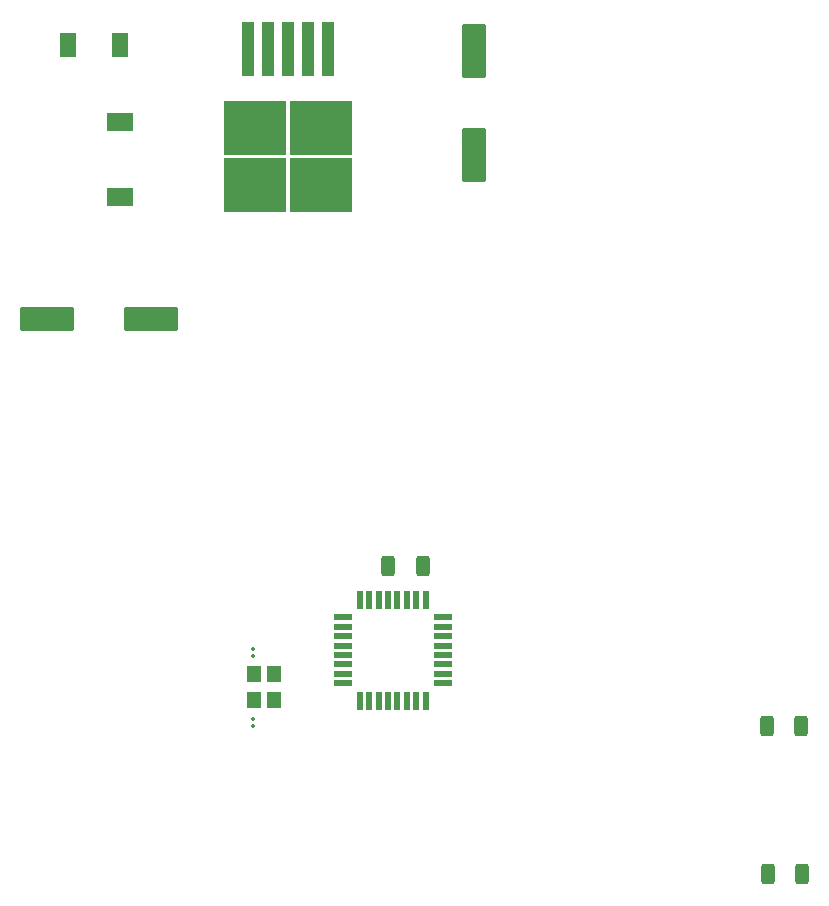
<source format=gbr>
%TF.GenerationSoftware,KiCad,Pcbnew,6.0.11-2627ca5db0~126~ubuntu22.04.1*%
%TF.CreationDate,2023-04-10T19:38:19+02:00*%
%TF.ProjectId,Slicor_carte_v_rin,536c6963-6f72-45f6-9361-7274655f76e9,rev?*%
%TF.SameCoordinates,Original*%
%TF.FileFunction,Paste,Top*%
%TF.FilePolarity,Positive*%
%FSLAX46Y46*%
G04 Gerber Fmt 4.6, Leading zero omitted, Abs format (unit mm)*
G04 Created by KiCad (PCBNEW 6.0.11-2627ca5db0~126~ubuntu22.04.1) date 2023-04-10 19:38:19*
%MOMM*%
%LPD*%
G01*
G04 APERTURE LIST*
G04 Aperture macros list*
%AMRoundRect*
0 Rectangle with rounded corners*
0 $1 Rounding radius*
0 $2 $3 $4 $5 $6 $7 $8 $9 X,Y pos of 4 corners*
0 Add a 4 corners polygon primitive as box body*
4,1,4,$2,$3,$4,$5,$6,$7,$8,$9,$2,$3,0*
0 Add four circle primitives for the rounded corners*
1,1,$1+$1,$2,$3*
1,1,$1+$1,$4,$5*
1,1,$1+$1,$6,$7*
1,1,$1+$1,$8,$9*
0 Add four rect primitives between the rounded corners*
20,1,$1+$1,$2,$3,$4,$5,0*
20,1,$1+$1,$4,$5,$6,$7,0*
20,1,$1+$1,$6,$7,$8,$9,0*
20,1,$1+$1,$8,$9,$2,$3,0*%
G04 Aperture macros list end*
%ADD10RoundRect,0.250000X-0.312500X-0.625000X0.312500X-0.625000X0.312500X0.625000X-0.312500X0.625000X0*%
%ADD11R,1.200000X1.400000*%
%ADD12RoundRect,0.250001X2.049999X0.799999X-2.049999X0.799999X-2.049999X-0.799999X2.049999X-0.799999X0*%
%ADD13RoundRect,0.250001X-0.799999X2.049999X-0.799999X-2.049999X0.799999X-2.049999X0.799999X2.049999X0*%
%ADD14R,1.600000X0.550000*%
%ADD15R,0.550000X1.600000*%
%ADD16RoundRect,0.067500X-0.067500X0.067500X-0.067500X-0.067500X0.067500X-0.067500X0.067500X0.067500X0*%
%ADD17R,5.250000X4.550000*%
%ADD18R,1.100000X4.600000*%
%ADD19RoundRect,0.067500X0.067500X-0.067500X0.067500X0.067500X-0.067500X0.067500X-0.067500X-0.067500X0*%
%ADD20R,1.400000X2.100000*%
%ADD21R,2.200000X1.500000*%
G04 APERTURE END LIST*
D10*
%TO.C,R2*%
X131987500Y-113000000D03*
X134912500Y-113000000D03*
%TD*%
%TO.C,R1*%
X132075000Y-125500000D03*
X135000000Y-125500000D03*
%TD*%
D11*
%TO.C,Y1*%
X90250000Y-108550000D03*
X90250000Y-110750000D03*
X88550000Y-110750000D03*
X88550000Y-108550000D03*
%TD*%
D12*
%TO.C,C2*%
X79838000Y-78486000D03*
X71038000Y-78486000D03*
%TD*%
D13*
%TO.C,C1*%
X107188000Y-55798000D03*
X107188000Y-64598000D03*
%TD*%
D14*
%TO.C,uC1*%
X96070000Y-103754000D03*
X96070000Y-104554000D03*
X96070000Y-105354000D03*
X96070000Y-106154000D03*
X96070000Y-106954000D03*
X96070000Y-107754000D03*
X96070000Y-108554000D03*
X96070000Y-109354000D03*
D15*
X97520000Y-110804000D03*
X98320000Y-110804000D03*
X99120000Y-110804000D03*
X99920000Y-110804000D03*
X100720000Y-110804000D03*
X101520000Y-110804000D03*
X102320000Y-110804000D03*
X103120000Y-110804000D03*
D14*
X104570000Y-109354000D03*
X104570000Y-108554000D03*
X104570000Y-107754000D03*
X104570000Y-106954000D03*
X104570000Y-106154000D03*
X104570000Y-105354000D03*
X104570000Y-104554000D03*
X104570000Y-103754000D03*
D15*
X103120000Y-102304000D03*
X102320000Y-102304000D03*
X101520000Y-102304000D03*
X100720000Y-102304000D03*
X99920000Y-102304000D03*
X99120000Y-102304000D03*
X98320000Y-102304000D03*
X97520000Y-102304000D03*
%TD*%
D16*
%TO.C,C4*%
X88500000Y-112950000D03*
X88500000Y-112400000D03*
%TD*%
D17*
%TO.C,U1*%
X88665000Y-67195000D03*
X88665000Y-62345000D03*
X94215000Y-67195000D03*
X94215000Y-62345000D03*
D18*
X94840000Y-55620000D03*
X93140000Y-55620000D03*
X91440000Y-55620000D03*
X89740000Y-55620000D03*
X88040000Y-55620000D03*
%TD*%
D10*
%TO.C,R13*%
X99935000Y-99442000D03*
X102860000Y-99442000D03*
%TD*%
D19*
%TO.C,C3*%
X88500000Y-107025000D03*
X88500000Y-106475000D03*
%TD*%
D20*
%TO.C,D5*%
X77200000Y-55320000D03*
X72800000Y-55320000D03*
%TD*%
D21*
%TO.C,L1*%
X77200000Y-61800000D03*
X77200000Y-68200000D03*
%TD*%
M02*

</source>
